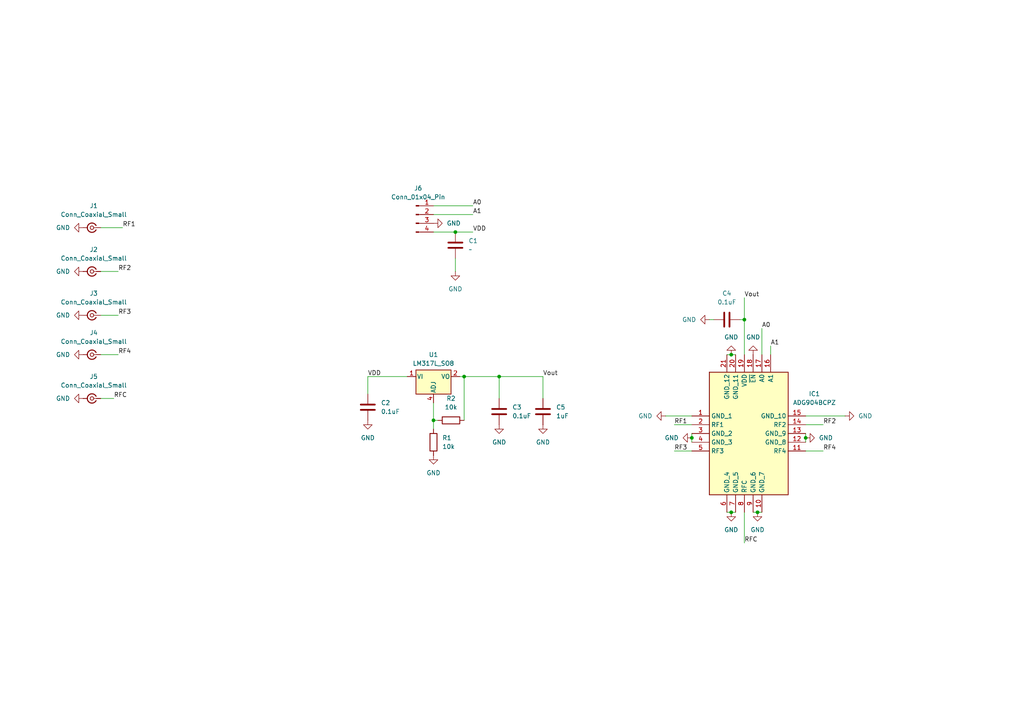
<source format=kicad_sch>
(kicad_sch (version 20250114) (generator "eeschema") (generator_version "9.0")
  (paper "A4")
  (lib_symbols
    (symbol "Connector:Conn_01x04_Pin" (pin_names (offset 1.016) (hide yes))
      (property "Reference" "J" (at 0 5.08 0))
      (property "Value" "Conn_01x04_Pin" (at 0 -7.62 0))
      (symbol "Conn_01x04_Pin_1_1"
        (rectangle (start 0.8636 2.667) (end 0 2.413) (stroke (width 0.1524)) (fill (type outline)))
        (rectangle (start 0.8636 0.127) (end 0 -0.127) (stroke (width 0.1524)) (fill (type outline)))
        (rectangle (start 0.8636 -2.413) (end 0 -2.667) (stroke (width 0.1524)) (fill (type outline)))
        (rectangle (start 0.8636 -4.953) (end 0 -5.207) (stroke (width 0.1524)) (fill (type outline)))
        (polyline (pts (xy 1.27 2.54) (xy 0.8636 2.54)) (stroke (width 0.1524)))
        (polyline (pts (xy 1.27 0) (xy 0.8636 0)) (stroke (width 0.1524)))
        (polyline (pts (xy 1.27 -2.54) (xy 0.8636 -2.54)) (stroke (width 0.1524)))
        (polyline (pts (xy 1.27 -5.08) (xy 0.8636 -5.08)) (stroke (width 0.1524)))
        (pin passive line (at 5.08 2.54 180) (length 3.81) (name "Pin_1") (number "1"))
        (pin passive line (at 5.08 0 180) (length 3.81) (name "Pin_2") (number "2"))
        (pin passive line (at 5.08 -2.54 180) (length 3.81) (name "Pin_3") (number "3"))
        (pin passive line (at 5.08 -5.08 180) (length 3.81) (name "Pin_4") (number "4"))
      )
    )
    (symbol "Connector:Conn_Coaxial_Small" (pin_numbers (hide yes)) (pin_names (offset 1.016) (hide yes))
      (property "Reference" "J" (at 0.254 3.048 0))
      (property "Value" "Conn_Coaxial_Small" (at 0 -3.81 0))
      (symbol "Conn_Coaxial_Small_0_1"
        (polyline (pts (xy -2.54 0) (xy -0.508 0)))
        (circle (center 0 0) (radius 0.508) (stroke (width 0.2032)))
      )
      (symbol "Conn_Coaxial_Small_1_1"
        (arc (start 1.3484 0.0039) (mid 0.327 -1.308) (end -1.1916 -0.6311) (stroke (width 0.3048)))
        (arc (start -1.1916 0.6311) (mid 0.327 1.3081) (end 1.3484 -0.0039) (stroke (width 0.3048)))
        (pin passive line (at -2.54 0 0) (length 1.27) (name "In") (number "1"))
        (pin passive line (at 2.54 0 180) (length 1.27) (name "Ext") (number "2"))
      )
    )
    (symbol "Device:C" (pin_numbers (hide yes)) (pin_names (offset 0.254))
      (property "Reference" "C" (at 0.635 2.54 0))
      (property "Value" "C" (at 0.635 -2.54 0))
      (symbol "C_0_1"
        (polyline (pts (xy -2.032 0.762) (xy 2.032 0.762)) (stroke (width 0.508)))
        (polyline (pts (xy -2.032 -0.762) (xy 2.032 -0.762)) (stroke (width 0.508)))
      )
      (symbol "C_1_1"
        (pin passive line (at 0 3.81 270) (length 2.794) (name "~") (number "1"))
        (pin passive line (at 0 -3.81 90) (length 2.794) (name "~") (number "2"))
      )
    )
    (symbol "Device:R" (pin_numbers (hide yes)) (pin_names (offset 0))
      (property "Reference" "R" (at 2.032 0 90))
      (property "Value" "R" (at 0 0 90))
      (symbol "R_0_1"
        (rectangle (start -1.016 -2.54) (end 1.016 2.54) (stroke (width 0.254)))
      )
      (symbol "R_1_1"
        (pin passive line (at 0 3.81 270) (length 1.27) (name "~") (number "1"))
        (pin passive line (at 0 -3.81 90) (length 1.27) (name "~") (number "2"))
      )
    )
    (symbol "New_Library:ADG904BCPZ"
      (property "Reference" "IC" (at 29.21 17.78 0))
      (property "Value" "ADG904BCPZ" (at 29.21 15.24 0))
      (symbol "ADG904BCPZ_1_1"
        (rectangle (start 5.08 12.7) (end 27.94 -22.86) (stroke (width 0.254)) (fill (type background)))
        (pin power_in line (at 0 0 0) (length 5.08) (name "GND_1") (number "1"))
        (pin passive line (at 0 -2.54 0) (length 5.08) (name "RF1") (number "2"))
        (pin power_in line (at 0 -5.08 0) (length 5.08) (name "GND_2") (number "3"))
        (pin power_in line (at 0 -7.62 0) (length 5.08) (name "GND_3") (number "4"))
        (pin passive line (at 0 -10.16 0) (length 5.08) (name "RF3") (number "5"))
        (pin power_in line (at 10.16 17.78 270) (length 5.08) (name "GND_12") (number "21"))
        (pin power_in line (at 10.16 -27.94 90) (length 5.08) (name "GND_4") (number "6"))
        (pin power_in line (at 12.7 17.78 270) (length 5.08) (name "GND_11") (number "20"))
        (pin power_in line (at 12.7 -27.94 90) (length 5.08) (name "GND_5") (number "7"))
        (pin power_in line (at 15.24 17.78 270) (length 5.08) (name "VDD") (number "19"))
        (pin passive line (at 15.24 -27.94 90) (length 5.08) (name "RFC") (number "8"))
        (pin input line (at 17.78 17.78 270) (length 5.08) (name "~{EN}") (number "18"))
        (pin power_in line (at 17.78 -27.94 90) (length 5.08) (name "GND_6") (number "9"))
        (pin input line (at 20.32 17.78 270) (length 5.08) (name "A0") (number "17"))
        (pin power_in line (at 20.32 -27.94 90) (length 5.08) (name "GND_7") (number "10"))
        (pin input line (at 22.86 17.78 270) (length 5.08) (name "A1") (number "16"))
        (pin power_in line (at 33.02 0 180) (length 5.08) (name "GND_10") (number "15"))
        (pin passive line (at 33.02 -2.54 180) (length 5.08) (name "RF2") (number "14"))
        (pin power_in line (at 33.02 -5.08 180) (length 5.08) (name "GND_9") (number "13"))
        (pin power_in line (at 33.02 -7.62 180) (length 5.08) (name "GND_8") (number "12"))
        (pin passive line (at 33.02 -10.16 180) (length 5.08) (name "RF4") (number "11"))
      )
    )
    (symbol "Regulator_Linear:LM317L_SO8" (pin_names (offset 0.254))
      (property "Reference" "U" (at -3.81 3.175 0))
      (property "Value" "LM317L_SO8" (at 0 3.175 0))
      (symbol "LM317L_SO8_0_1"
        (rectangle (start -5.08 1.905) (end 5.08 -5.08) (stroke (width 0.254)) (fill (type background)))
      )
      (symbol "LM317L_SO8_1_1"
        (pin power_in line (at -7.62 0 0) (length 2.54) (name "VI") (number "1"))
        (pin no_connect line (at -5.08 -2.54 0) (length 2.54) (hide yes) (name "NC") (number "5"))
        (pin input line (at 0 -7.62 90) (length 2.54) (name "ADJ") (number "4"))
        (pin no_connect line (at 5.08 -2.54 180) (length 2.54) (hide yes) (name "NC") (number "8"))
        (pin power_out line (at 7.62 0 180) (length 2.54) (name "VO") (number "2"))
        (pin passive line (at 7.62 0 180) (length 2.54) (hide yes) (name "VO") (number "3"))
        (pin passive line (at 7.62 0 180) (length 2.54) (hide yes) (name "VO") (number "6"))
        (pin passive line (at 7.62 0 180) (length 2.54) (hide yes) (name "VO") (number "7"))
      )
    )
    (symbol "power:GND" (power) (pin_numbers (hide yes)) (pin_names (offset 0) (hide yes))
      (property "Value" "GND" (at 0 -3.81 0))
      (symbol "GND_0_1"
        (polyline (pts (xy 0 0) (xy 0 -1.27) (xy 1.27 -1.27) (xy 0 -2.54) (xy -1.27 -1.27) (xy 0 -1.27)))
      )
      (symbol "GND_1_1"
        (pin power_in line (at 0 0 270) (length 0) (name "~") (number "1"))
      )
    )
  )
  (junction (at 215.9 92.71))
  (junction (at 125.73 121.92))
  (junction (at 134.62 109.22))
  (junction (at 132.08 67.31))
  (junction (at 200.66 127))
  (junction (at 212.09 102.87))
  (junction (at 212.09 148.59))
  (junction (at 219.71 148.59))
  (junction (at 144.78 109.22))
  (junction (at 233.68 127))
  (wire (pts (xy 215.9 86.36) (xy 215.9 92.71)))
  (wire (pts (xy 195.58 130.81) (xy 200.66 130.81)))
  (wire (pts (xy 125.73 116.84) (xy 125.73 121.92)))
  (wire (pts (xy 233.68 127) (xy 233.68 128.27)))
  (wire (pts (xy 233.68 125.73) (xy 233.68 127)))
  (wire (pts (xy 106.68 109.22) (xy 106.68 114.3)))
  (wire (pts (xy 215.9 92.71) (xy 215.9 102.87)))
  (wire (pts (xy 118.11 109.22) (xy 106.68 109.22)))
  (wire (pts (xy 132.08 67.31) (xy 125.73 67.31)))
  (wire (pts (xy 134.62 109.22) (xy 134.62 121.92)))
  (wire (pts (xy 233.68 120.65) (xy 245.11 120.65)))
  (wire (pts (xy 157.48 109.22) (xy 144.78 109.22)))
  (wire (pts (xy 233.68 130.81) (xy 238.76 130.81)))
  (wire (pts (xy 233.68 123.19) (xy 238.76 123.19)))
  (wire (pts (xy 29.21 115.57) (xy 33.02 115.57)))
  (wire (pts (xy 144.78 109.22) (xy 144.78 115.57)))
  (wire (pts (xy 125.73 59.69) (xy 137.16 59.69)))
  (wire (pts (xy 220.98 95.25) (xy 220.98 102.87)))
  (wire (pts (xy 210.82 148.59) (xy 212.09 148.59)))
  (wire (pts (xy 215.9 148.59) (xy 215.9 157.48)))
  (wire (pts (xy 218.44 148.59) (xy 219.71 148.59)))
  (wire (pts (xy 134.62 109.22) (xy 144.78 109.22)))
  (wire (pts (xy 205.74 92.71) (xy 207.01 92.71)))
  (wire (pts (xy 29.21 102.87) (xy 34.29 102.87)))
  (wire (pts (xy 195.58 123.19) (xy 200.66 123.19)))
  (wire (pts (xy 223.52 100.33) (xy 223.52 102.87)))
  (wire (pts (xy 200.66 125.73) (xy 200.66 127)))
  (wire (pts (xy 137.16 67.31) (xy 132.08 67.31)))
  (wire (pts (xy 29.21 91.44) (xy 34.29 91.44)))
  (wire (pts (xy 212.09 102.87) (xy 213.36 102.87)))
  (wire (pts (xy 29.21 78.74) (xy 34.29 78.74)))
  (wire (pts (xy 125.73 121.92) (xy 127 121.92)))
  (wire (pts (xy 219.71 148.59) (xy 220.98 148.59)))
  (wire (pts (xy 193.04 120.65) (xy 200.66 120.65)))
  (wire (pts (xy 200.66 127) (xy 200.66 128.27)))
  (wire (pts (xy 125.73 124.46) (xy 125.73 121.92)))
  (wire (pts (xy 210.82 102.87) (xy 212.09 102.87)))
  (wire (pts (xy 29.21 66.04) (xy 35.56 66.04)))
  (wire (pts (xy 133.35 109.22) (xy 134.62 109.22)))
  (wire (pts (xy 214.63 92.71) (xy 215.9 92.71)))
  (wire (pts (xy 157.48 115.57) (xy 157.48 109.22)))
  (wire (pts (xy 132.08 74.93) (xy 132.08 78.74)))
  (wire (pts (xy 212.09 148.59) (xy 213.36 148.59)))
  (wire (pts (xy 125.73 62.23) (xy 137.16 62.23)))
  (label "RF2" (at 34.29 78.74 0))
  (label "A1" (at 137.16 62.23 0))
  (label "Vout" (at 215.9 86.36 0))
  (label "Vout" (at 157.48 109.22 0))
  (label "A0" (at 220.98 95.25 0))
  (label "VDD" (at 106.68 109.22 0))
  (label "RF3" (at 195.58 130.81 0))
  (label "RF2" (at 238.76 123.19 0))
  (label "RF1" (at 195.58 123.19 0))
  (label "VDD" (at 137.16 67.31 0))
  (label "A0" (at 137.16 59.69 0))
  (label "RF3" (at 34.29 91.44 0))
  (label "RFC" (at 33.02 115.57 0))
  (label "RF4" (at 34.29 102.87 0))
  (label "A1" (at 223.52 100.33 0))
  (label "RFC" (at 215.9 157.48 0))
  (label "RF1" (at 35.56 66.04 0))
  (label "RF4" (at 238.76 130.81 0))
  (symbol (lib_id "power:GND") (at 233.68 127 90) (unit 1)
    (property "Reference" "#PWR08" (effects (hide yes)))
    (property "Value" "GND" (at 237.49 126.9999 90) (effects (justify right)))
    (property "Description" "Power symbol creates a global label with name \"GND\" , ground" (effects (hide yes)))
  )
  (symbol (lib_id "power:GND") (at 205.74 92.71 270) (unit 1)
    (property "Reference" "#PWR014" (effects (hide yes)))
    (property "Value" "GND" (at 201.93 92.7099 90) (effects (justify right)))
    (property "Description" "Power symbol creates a global label with name \"GND\" , ground" (effects (hide yes)))
  )
  (symbol (lib_id "power:GND") (at 24.13 91.44 270) (unit 1)
    (property "Reference" "#PWR017" (effects (hide yes)))
    (property "Value" "GND" (at 20.32 91.4399 90) (effects (justify right)))
    (property "Description" "Power symbol creates a global label with name \"GND\" , ground" (effects (hide yes)))
  )
  (symbol (lib_id "Device:R") (at 130.81 121.92 90) (unit 1)
    (property "Reference" "R2" (at 130.81 115.57 90))
    (property "Value" "10k" (at 130.81 118.11 90))
    (property "Footprint" "Resistor_SMD:R_0805_2012Metric_Pad1.20x1.40mm_HandSolder" (effects (hide yes)))
    (property "Description" "Resistor" (effects (hide yes)))
  )
  (symbol (lib_id "power:GND") (at 212.09 148.59 0) (unit 1)
    (property "Reference" "#PWR011" (effects (hide yes)))
    (property "Value" "GND" (at 212.09 153.67 0))
    (property "Description" "Power symbol creates a global label with name \"GND\" , ground" (effects (hide yes)))
  )
  (symbol (lib_id "power:GND") (at 245.11 120.65 90) (unit 1)
    (property "Reference" "#PWR09" (effects (hide yes)))
    (property "Value" "GND" (at 248.92 120.6499 90) (effects (justify right)))
    (property "Description" "Power symbol creates a global label with name \"GND\" , ground" (effects (hide yes)))
  )
  (symbol (lib_id "power:GND") (at 24.13 115.57 270) (unit 1)
    (property "Reference" "#PWR019" (effects (hide yes)))
    (property "Value" "GND" (at 20.32 115.5699 90) (effects (justify right)))
    (property "Description" "Power symbol creates a global label with name \"GND\" , ground" (effects (hide yes)))
  )
  (symbol (lib_id "Device:C") (at 144.78 119.38 0) (unit 1)
    (property "Reference" "C3" (at 148.59 118.1099 0) (effects (justify left)))
    (property "Value" "0.1uF" (at 148.59 120.6499 0) (effects (justify left)))
    (property "Footprint" "Capacitor_SMD:C_0805_2012Metric_Pad1.18x1.45mm_HandSolder" (effects (hide yes)))
    (property "Description" "Unpolarized capacitor" (effects (hide yes)))
  )
  (symbol (lib_id "Regulator_Linear:LM317L_SO8") (at 125.73 109.22 0) (unit 1)
    (property "Reference" "U1" (at 125.73 102.87 0))
    (property "Value" "LM317L_SO8" (at 125.73 105.41 0))
    (property "Footprint" "Package_SO:SOIC-8_3.9x4.9mm_P1.27mm" (effects (hide yes)))
    (property "Datasheet" "http://www.ti.com/lit/ds/snvs775k/snvs775k.pdf" (effects (hide yes)))
    (property "Description" "100mA 35V Adjustable Linear Regulator, SO-8" (effects (hide yes)))
  )
  (symbol (lib_id "Connector:Conn_Coaxial_Small") (at 26.67 102.87 180) (unit 1)
    (property "Reference" "J4" (at 27.1895 96.52 0))
    (property "Value" "Conn_Coaxial_Small" (at 27.1895 99.06 0))
    (property "Footprint" "Connector_Coaxial:SMA_Samtec_SMA-J-P-H-ST-EM1_EdgeMount" (effects (hide yes)))
    (property "Description" "small coaxial connector (BNC, SMA, SMB, SMC, Cinch/RCA, LEMO, ...)" (effects (hide yes)))
  )
  (symbol (lib_id "power:GND") (at 132.08 78.74 0) (unit 1)
    (property "Reference" "#PWR01" (effects (hide yes)))
    (property "Value" "GND" (at 132.08 83.82 0))
    (property "Description" "Power symbol creates a global label with name \"GND\" , ground" (effects (hide yes)))
  )
  (symbol (lib_id "power:GND") (at 212.09 102.87 180) (unit 1)
    (property "Reference" "#PWR010" (effects (hide yes)))
    (property "Value" "GND" (at 212.09 97.79 0))
    (property "Description" "Power symbol creates a global label with name \"GND\" , ground" (effects (hide yes)))
  )
  (symbol (lib_id "Device:C") (at 132.08 71.12 0) (unit 1)
    (property "Reference" "C1" (at 135.89 69.8499 0) (effects (justify left)))
    (property "Value" "~" (at 135.89 72.3899 0) (effects (justify left)))
    (property "Footprint" "Capacitor_SMD:C_0805_2012Metric_Pad1.18x1.45mm_HandSolder" (effects (hide yes)))
    (property "Description" "Unpolarized capacitor" (effects (hide yes)))
  )
  (symbol (lib_id "power:GND") (at 219.71 148.59 0) (unit 1)
    (property "Reference" "#PWR012" (effects (hide yes)))
    (property "Value" "GND" (at 219.71 153.67 0))
    (property "Description" "Power symbol creates a global label with name \"GND\" , ground" (effects (hide yes)))
  )
  (symbol (lib_id "power:GND") (at 24.13 102.87 270) (unit 1)
    (property "Reference" "#PWR018" (effects (hide yes)))
    (property "Value" "GND" (at 20.32 102.8699 90) (effects (justify right)))
    (property "Description" "Power symbol creates a global label with name \"GND\" , ground" (effects (hide yes)))
  )
  (symbol (lib_id "power:GND") (at 125.73 64.77 90) (unit 1)
    (property "Reference" "#PWR013" (effects (hide yes)))
    (property "Value" "GND" (at 129.54 64.7699 90) (effects (justify right)))
    (property "Description" "Power symbol creates a global label with name \"GND\" , ground" (effects (hide yes)))
  )
  (symbol (lib_id "Connector:Conn_Coaxial_Small") (at 26.67 91.44 180) (unit 1)
    (property "Reference" "J3" (at 27.1895 85.09 0))
    (property "Value" "Conn_Coaxial_Small" (at 27.1895 87.63 0))
    (property "Footprint" "Connector_Coaxial:SMA_Samtec_SMA-J-P-H-ST-EM1_EdgeMount" (effects (hide yes)))
    (property "Description" "small coaxial connector (BNC, SMA, SMB, SMC, Cinch/RCA, LEMO, ...)" (effects (hide yes)))
  )
  (symbol (lib_id "Connector:Conn_Coaxial_Small") (at 26.67 66.04 180) (unit 1)
    (property "Reference" "J1" (at 27.1895 59.69 0))
    (property "Value" "Conn_Coaxial_Small" (at 27.1895 62.23 0))
    (property "Footprint" "Connector_Coaxial:SMA_Samtec_SMA-J-P-H-ST-EM1_EdgeMount" (effects (hide yes)))
    (property "Description" "small coaxial connector (BNC, SMA, SMB, SMC, Cinch/RCA, LEMO, ...)" (effects (hide yes)))
  )
  (symbol (lib_id "Connector:Conn_01x04_Pin") (at 120.65 62.23 0) (unit 1)
    (property "Reference" "J6" (at 121.285 54.61 0))
    (property "Value" "Conn_01x04_Pin" (at 121.285 57.15 0))
    (property "Footprint" "Connector_JST:JST_XH_B4B-XH-AM_1x04_P2.50mm_Vertical" (effects (hide yes)))
    (property "Description" "Generic connector, single row, 01x04, script generated" (effects (hide yes)))
  )
  (symbol (lib_id "power:GND") (at 125.73 132.08 0) (unit 1)
    (property "Reference" "#PWR03" (effects (hide yes)))
    (property "Value" "GND" (at 125.73 137.16 0))
    (property "Description" "Power symbol creates a global label with name \"GND\" , ground" (effects (hide yes)))
  )
  (symbol (lib_id "Device:R") (at 125.73 128.27 0) (unit 1)
    (property "Reference" "R1" (at 128.27 126.9999 0) (effects (justify left)))
    (property "Value" "10k" (at 128.27 129.5399 0) (effects (justify left)))
    (property "Footprint" "Resistor_SMD:R_0805_2012Metric_Pad1.20x1.40mm_HandSolder" (effects (hide yes)))
    (property "Description" "Resistor" (effects (hide yes)))
  )
  (symbol (lib_id "Connector:Conn_Coaxial_Small") (at 26.67 115.57 180) (unit 1)
    (property "Reference" "J5" (at 27.1895 109.22 0))
    (property "Value" "Conn_Coaxial_Small" (at 27.1895 111.76 0))
    (property "Footprint" "Connector_Coaxial:SMA_Samtec_SMA-J-P-H-ST-EM1_EdgeMount" (effects (hide yes)))
    (property "Description" "small coaxial connector (BNC, SMA, SMB, SMC, Cinch/RCA, LEMO, ...)" (effects (hide yes)))
  )
  (symbol (lib_id "power:GND") (at 24.13 78.74 270) (unit 1)
    (property "Reference" "#PWR016" (effects (hide yes)))
    (property "Value" "GND" (at 20.32 78.7399 90) (effects (justify right)))
    (property "Description" "Power symbol creates a global label with name \"GND\" , ground" (effects (hide yes)))
  )
  (symbol (lib_id "power:GND") (at 218.44 102.87 180) (unit 1)
    (property "Reference" "#PWR05" (effects (hide yes)))
    (property "Value" "GND" (at 218.44 97.79 0))
    (property "Description" "Power symbol creates a global label with name \"GND\" , ground" (effects (hide yes)))
  )
  (symbol (lib_id "power:GND") (at 193.04 120.65 270) (unit 1)
    (property "Reference" "#PWR07" (effects (hide yes)))
    (property "Value" "GND" (at 189.23 120.6499 90) (effects (justify right)))
    (property "Description" "Power symbol creates a global label with name \"GND\" , ground" (effects (hide yes)))
  )
  (symbol (lib_id "power:GND") (at 144.78 123.19 0) (unit 1)
    (property "Reference" "#PWR02" (effects (hide yes)))
    (property "Value" "GND" (at 144.78 128.27 0))
    (property "Description" "Power symbol creates a global label with name \"GND\" , ground" (effects (hide yes)))
  )
  (symbol (lib_id "power:GND") (at 24.13 66.04 270) (unit 1)
    (property "Reference" "#PWR020" (effects (hide yes)))
    (property "Value" "GND" (at 20.32 66.0399 90) (effects (justify right)))
    (property "Description" "Power symbol creates a global label with name \"GND\" , ground" (effects (hide yes)))
  )
  (symbol (lib_id "Device:C") (at 106.68 118.11 0) (unit 1)
    (property "Reference" "C2" (at 110.49 116.8399 0) (effects (justify left)))
    (property "Value" "0.1uF" (at 110.49 119.3799 0) (effects (justify left)))
    (property "Footprint" "Capacitor_SMD:C_0805_2012Metric_Pad1.18x1.45mm_HandSolder" (effects (hide yes)))
    (property "Description" "Unpolarized capacitor" (effects (hide yes)))
  )
  (symbol (lib_id "Connector:Conn_Coaxial_Small") (at 26.67 78.74 180) (unit 1)
    (property "Reference" "J2" (at 27.1895 72.39 0))
    (property "Value" "Conn_Coaxial_Small" (at 27.1895 74.93 0))
    (property "Footprint" "Connector_Coaxial:SMA_Samtec_SMA-J-P-H-ST-EM1_EdgeMount" (effects (hide yes)))
    (property "Description" "small coaxial connector (BNC, SMA, SMB, SMC, Cinch/RCA, LEMO, ...)" (effects (hide yes)))
  )
  (symbol (lib_id "Device:C") (at 157.48 119.38 0) (unit 1)
    (property "Reference" "C5" (at 161.29 118.1099 0) (effects (justify left)))
    (property "Value" "1uF" (at 161.29 120.6499 0) (effects (justify left)))
    (property "Footprint" "Capacitor_SMD:C_0805_2012Metric_Pad1.18x1.45mm_HandSolder" (effects (hide yes)))
    (property "Description" "Unpolarized capacitor" (effects (hide yes)))
  )
  (symbol (lib_id "power:GND") (at 106.68 121.92 0) (unit 1)
    (property "Reference" "#PWR04" (effects (hide yes)))
    (property "Value" "GND" (at 106.68 127 0))
    (property "Description" "Power symbol creates a global label with name \"GND\" , ground" (effects (hide yes)))
  )
  (symbol (lib_id "New_Library:ADG904BCPZ") (at 200.66 120.65 0) (unit 1)
    (property "Reference" "IC1" (at 236.22 114.2298 0))
    (property "Value" "ADG904BCPZ" (at 236.22 116.7698 0))
    (property "Footprint" "Library:ADG904BCPZ" (effects (hide yes)))
    (property "Datasheet" "https://mouser.componentsearchengine.com/Datasheets/2/ADG904BCPZ.pdf" (effects (hide yes)))
    (property "Description" "Analog Devices ADG904BCPZ, Multiplexer Single 4:1, 20-Pin LFCSP" (effects (hide yes)))
    (property "Height" "0.8" (effects (hide yes)))
    (property "Manufacturer_Name" "Analog Devices" (effects (hide yes)))
    (property "Manufacturer_Part_Number" "ADG904BCPZ" (effects (hide yes)))
    (property "Mouser Part Number" "584-ADG904BCPZ" (effects (hide yes)))
    (property "Mouser Price/Stock" "https://www.mouser.co.uk/ProductDetail/Analog-Devices/ADG904BCPZ?qs=BpaRKvA4VqHRSAU%252Bp4VDug%3D%3D" (effects (hide yes)))
    (property "Arrow Part Number" "ADG904BCPZ" (effects (hide yes)))
    (property "Arrow Price/Stock" "https://www.arrow.com/en/products/adg904bcpz/analog-devices?region=nac" (effects (hide yes)))
  )
  (symbol (lib_id "power:GND") (at 200.66 127 270) (unit 1)
    (property "Reference" "#PWR06" (effects (hide yes)))
    (property "Value" "GND" (at 196.85 126.9999 90) (effects (justify right)))
    (property "Description" "Power symbol creates a global label with name \"GND\" , ground" (effects (hide yes)))
  )
  (symbol (lib_id "Device:C") (at 210.82 92.71 90) (unit 1)
    (property "Reference" "C4" (at 210.82 85.09 90))
    (property "Value" "0.1uF" (at 210.82 87.63 90))
    (property "Footprint" "Capacitor_SMD:C_0805_2012Metric_Pad1.18x1.45mm_HandSolder" (effects (hide yes)))
    (property "Description" "Unpolarized capacitor" (effects (hide yes)))
  )
  (symbol (lib_id "power:GND") (at 157.48 123.19 0) (unit 1)
    (property "Reference" "#PWR015" (effects (hide yes)))
    (property "Value" "GND" (at 157.48 128.27 0))
    (property "Description" "Power symbol creates a global label with name \"GND\" , ground" (effects (hide yes)))
  )
)
</source>
